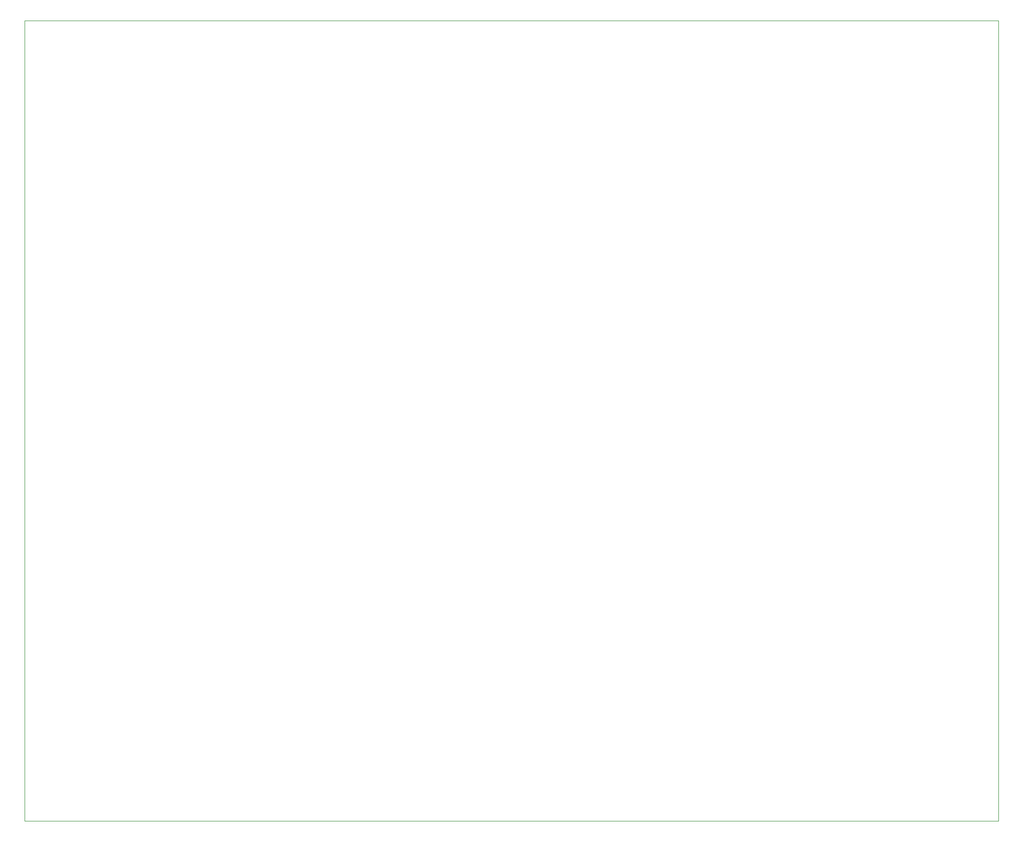
<source format=gbr>
%TF.GenerationSoftware,KiCad,Pcbnew,8.0.1*%
%TF.CreationDate,2024-05-13T23:23:48+02:00*%
%TF.ProjectId,Tracker,54726163-6b65-4722-9e6b-696361645f70,rev?*%
%TF.SameCoordinates,PX2857260PY98c9c50*%
%TF.FileFunction,Profile,NP*%
%FSLAX46Y46*%
G04 Gerber Fmt 4.6, Leading zero omitted, Abs format (unit mm)*
G04 Created by KiCad (PCBNEW 8.0.1) date 2024-05-13 23:23:48*
%MOMM*%
%LPD*%
G01*
G04 APERTURE LIST*
%TA.AperFunction,Profile*%
%ADD10C,0.100000*%
%TD*%
G04 APERTURE END LIST*
D10*
X40000Y134960000D02*
X164300000Y134960000D01*
X164300000Y20000D01*
X40000Y20000D01*
X40000Y134960000D01*
M02*

</source>
